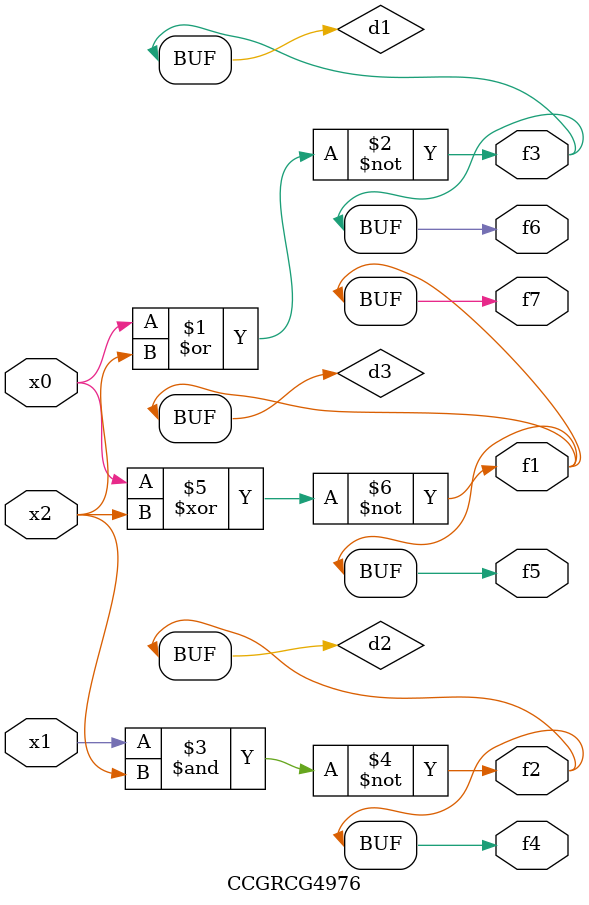
<source format=v>
module CCGRCG4976(
	input x0, x1, x2,
	output f1, f2, f3, f4, f5, f6, f7
);

	wire d1, d2, d3;

	nor (d1, x0, x2);
	nand (d2, x1, x2);
	xnor (d3, x0, x2);
	assign f1 = d3;
	assign f2 = d2;
	assign f3 = d1;
	assign f4 = d2;
	assign f5 = d3;
	assign f6 = d1;
	assign f7 = d3;
endmodule

</source>
